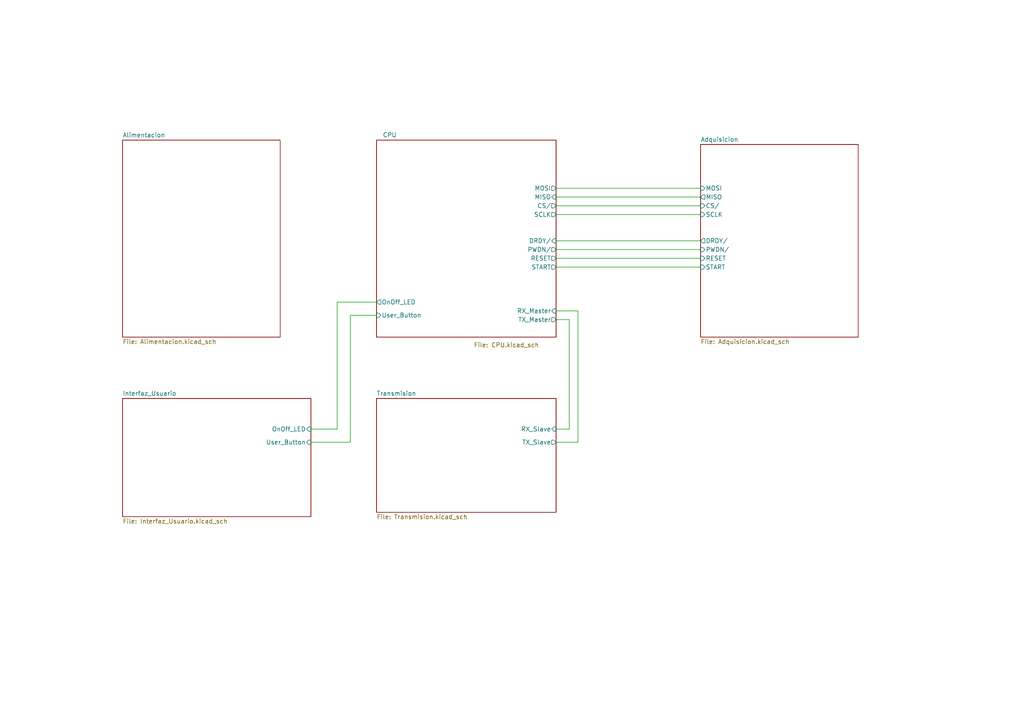
<source format=kicad_sch>
(kicad_sch
	(version 20250114)
	(generator "eeschema")
	(generator_version "9.0")
	(uuid "3414db36-80da-469c-8b48-81d6bd2f8966")
	(paper "A4")
	(title_block
		(title "Proyecto Casco EEG")
		(date "2025-09-11")
		(company "Bernardi Lorenzo - Dodera Francisco")
	)
	(lib_symbols)
	(wire
		(pts
			(xy 90.17 128.27) (xy 101.6 128.27)
		)
		(stroke
			(width 0)
			(type default)
		)
		(uuid "08c8643a-675f-401b-b9d1-b92c228244ab")
	)
	(wire
		(pts
			(xy 161.29 59.69) (xy 203.2 59.69)
		)
		(stroke
			(width 0)
			(type default)
		)
		(uuid "27f1b256-8391-4674-be79-afabc9b0baa6")
	)
	(wire
		(pts
			(xy 109.22 87.63) (xy 97.79 87.63)
		)
		(stroke
			(width 0)
			(type default)
		)
		(uuid "3a3f4341-f65d-40c0-96ec-30de53c199ad")
	)
	(wire
		(pts
			(xy 161.29 77.47) (xy 203.2 77.47)
		)
		(stroke
			(width 0)
			(type default)
		)
		(uuid "43550f74-a66c-4573-bf35-d0e508999ba7")
	)
	(wire
		(pts
			(xy 165.1 124.46) (xy 161.29 124.46)
		)
		(stroke
			(width 0)
			(type default)
		)
		(uuid "47b11a03-ff77-4a8e-bff0-61ebd12e7025")
	)
	(wire
		(pts
			(xy 161.29 72.39) (xy 203.2 72.39)
		)
		(stroke
			(width 0)
			(type default)
		)
		(uuid "4d10a7e3-ea40-4bae-8be6-9f8fb149f276")
	)
	(wire
		(pts
			(xy 167.64 128.27) (xy 167.64 90.17)
		)
		(stroke
			(width 0)
			(type default)
		)
		(uuid "6da49465-c94f-44dc-8105-030be776fd4a")
	)
	(wire
		(pts
			(xy 165.1 92.71) (xy 165.1 124.46)
		)
		(stroke
			(width 0)
			(type default)
		)
		(uuid "7359e6a3-2a16-4641-a8d8-9efad6b19ca4")
	)
	(wire
		(pts
			(xy 97.79 87.63) (xy 97.79 124.46)
		)
		(stroke
			(width 0)
			(type default)
		)
		(uuid "7ba79e96-cf3f-43a7-a2b8-98f03f0a0bbf")
	)
	(wire
		(pts
			(xy 161.29 54.61) (xy 203.2 54.61)
		)
		(stroke
			(width 0)
			(type default)
		)
		(uuid "88018230-4d40-47ff-a349-6c279b883aa9")
	)
	(wire
		(pts
			(xy 161.29 57.15) (xy 203.2 57.15)
		)
		(stroke
			(width 0)
			(type default)
		)
		(uuid "91dd9f37-b11e-48a9-bc9a-5a37ef373b00")
	)
	(wire
		(pts
			(xy 161.29 128.27) (xy 167.64 128.27)
		)
		(stroke
			(width 0)
			(type default)
		)
		(uuid "952fae26-e9dc-44f4-b894-3199eedd2639")
	)
	(wire
		(pts
			(xy 161.29 62.23) (xy 203.2 62.23)
		)
		(stroke
			(width 0)
			(type default)
		)
		(uuid "a2db78ff-97f3-419e-9627-b1c38dd2871d")
	)
	(wire
		(pts
			(xy 161.29 90.17) (xy 167.64 90.17)
		)
		(stroke
			(width 0)
			(type default)
		)
		(uuid "a3079193-0f1f-4ce2-90ae-b1106c22c291")
	)
	(wire
		(pts
			(xy 101.6 91.44) (xy 109.22 91.44)
		)
		(stroke
			(width 0)
			(type default)
		)
		(uuid "b1778f59-4731-4c2d-8b29-6fb6a61b2276")
	)
	(wire
		(pts
			(xy 161.29 92.71) (xy 165.1 92.71)
		)
		(stroke
			(width 0)
			(type default)
		)
		(uuid "b4e9e4c2-ada8-4407-9115-6ef76c8dfe86")
	)
	(wire
		(pts
			(xy 101.6 128.27) (xy 101.6 91.44)
		)
		(stroke
			(width 0)
			(type default)
		)
		(uuid "b7f5fce8-27c1-4361-b677-a244ccdc76cb")
	)
	(wire
		(pts
			(xy 97.79 124.46) (xy 90.17 124.46)
		)
		(stroke
			(width 0)
			(type default)
		)
		(uuid "b89a958d-b7f6-4f48-88d6-ebb4349f54bd")
	)
	(wire
		(pts
			(xy 161.29 69.85) (xy 203.2 69.85)
		)
		(stroke
			(width 0)
			(type default)
		)
		(uuid "dbef4907-c6a2-4810-962e-50286203cea1")
	)
	(wire
		(pts
			(xy 161.29 74.93) (xy 203.2 74.93)
		)
		(stroke
			(width 0)
			(type default)
		)
		(uuid "e02b7bfe-e02a-4818-8012-1af880bcbaef")
	)
	(sheet
		(at 203.2 41.91)
		(size 45.72 55.88)
		(exclude_from_sim no)
		(in_bom yes)
		(on_board yes)
		(dnp no)
		(fields_autoplaced yes)
		(stroke
			(width 0.1524)
			(type solid)
		)
		(fill
			(color 0 0 0 0.0000)
		)
		(uuid "3a705a48-b47e-4a5a-aeef-19694e923174")
		(property "Sheetname" "Adquisicion"
			(at 203.2 41.1984 0)
			(effects
				(font
					(size 1.27 1.27)
				)
				(justify left bottom)
			)
		)
		(property "Sheetfile" "Adquisicion.kicad_sch"
			(at 203.2 98.3746 0)
			(effects
				(font
					(size 1.27 1.27)
				)
				(justify left top)
			)
		)
		(pin "CS{slash}" input
			(at 203.2 59.69 180)
			(uuid "5fc96f06-ea1f-40fc-a996-ce2dba19a83e")
			(effects
				(font
					(size 1.27 1.27)
				)
				(justify left)
			)
		)
		(pin "DRDY{slash}" output
			(at 203.2 69.85 180)
			(uuid "a03c14b5-b688-44fc-8271-ded50392eda7")
			(effects
				(font
					(size 1.27 1.27)
				)
				(justify left)
			)
		)
		(pin "MISO" output
			(at 203.2 57.15 180)
			(uuid "ba6c4278-170a-4da5-9121-875255ec4642")
			(effects
				(font
					(size 1.27 1.27)
				)
				(justify left)
			)
		)
		(pin "MOSI" input
			(at 203.2 54.61 180)
			(uuid "84a43dd2-c4b1-42a8-a0ae-e254a31d0cb7")
			(effects
				(font
					(size 1.27 1.27)
				)
				(justify left)
			)
		)
		(pin "PWDN{slash}" input
			(at 203.2 72.39 180)
			(uuid "85dcc03d-80ea-4c99-80a7-721d25357c6b")
			(effects
				(font
					(size 1.27 1.27)
				)
				(justify left)
			)
		)
		(pin "RESET" input
			(at 203.2 74.93 180)
			(uuid "36fdf0b0-0bf1-4746-b1c2-22fd36f0ed8a")
			(effects
				(font
					(size 1.27 1.27)
				)
				(justify left)
			)
		)
		(pin "SCLK" input
			(at 203.2 62.23 180)
			(uuid "0528fd7c-aaa3-473a-bd6a-c83aa4995938")
			(effects
				(font
					(size 1.27 1.27)
				)
				(justify left)
			)
		)
		(pin "START" input
			(at 203.2 77.47 180)
			(uuid "8cc6c2c1-ba2d-4515-be27-f2ec19230ea8")
			(effects
				(font
					(size 1.27 1.27)
				)
				(justify left)
			)
		)
		(instances
			(project "Casco_EEG_Kicad"
				(path "/3414db36-80da-469c-8b48-81d6bd2f8966"
					(page "2")
				)
			)
		)
	)
	(sheet
		(at 109.22 40.64)
		(size 52.07 57.15)
		(exclude_from_sim no)
		(in_bom yes)
		(on_board yes)
		(dnp no)
		(stroke
			(width 0.1524)
			(type solid)
		)
		(fill
			(color 0 0 0 0.0000)
		)
		(uuid "44356e0f-f22d-4dd2-a71b-7da6f56accdf")
		(property "Sheetname" "CPU"
			(at 110.998 39.878 0)
			(effects
				(font
					(size 1.27 1.27)
				)
				(justify left bottom)
			)
		)
		(property "Sheetfile" "CPU.kicad_sch"
			(at 137.414 99.314 0)
			(effects
				(font
					(size 1.27 1.27)
				)
				(justify left top)
			)
		)
		(pin "RX_Master" input
			(at 161.29 90.17 0)
			(uuid "1a1559d6-cfda-4a5c-9847-ae835ff77a41")
			(effects
				(font
					(size 1.27 1.27)
				)
				(justify right)
			)
		)
		(pin "CS{slash}" output
			(at 161.29 59.69 0)
			(uuid "f58be33b-51f4-4177-9bf6-5f0604102969")
			(effects
				(font
					(size 1.27 1.27)
				)
				(justify right)
			)
		)
		(pin "DRDY{slash}" input
			(at 161.29 69.85 0)
			(uuid "7ae1a1c9-5313-4d75-a1c4-f15dd4b5a510")
			(effects
				(font
					(size 1.27 1.27)
				)
				(justify right)
			)
		)
		(pin "MISO" input
			(at 161.29 57.15 0)
			(uuid "936fb717-789e-4dc0-97e8-449edc6935dd")
			(effects
				(font
					(size 1.27 1.27)
				)
				(justify right)
			)
		)
		(pin "MOSI" output
			(at 161.29 54.61 0)
			(uuid "451156e2-46cc-436f-999f-e706b8e99f3a")
			(effects
				(font
					(size 1.27 1.27)
				)
				(justify right)
			)
		)
		(pin "PWDN{slash}" output
			(at 161.29 72.39 0)
			(uuid "d9ce2bed-87f3-476f-af2f-505692cfe11c")
			(effects
				(font
					(size 1.27 1.27)
				)
				(justify right)
			)
		)
		(pin "RESET" output
			(at 161.29 74.93 0)
			(uuid "3a479c3f-3b93-4fde-b7a3-c74a7772939e")
			(effects
				(font
					(size 1.27 1.27)
				)
				(justify right)
			)
		)
		(pin "SCLK" output
			(at 161.29 62.23 0)
			(uuid "417a45e9-ddb7-422d-863c-0255064a301a")
			(effects
				(font
					(size 1.27 1.27)
				)
				(justify right)
			)
		)
		(pin "START" output
			(at 161.29 77.47 0)
			(uuid "556b7144-8758-44f2-9b57-30d694f3fe86")
			(effects
				(font
					(size 1.27 1.27)
				)
				(justify right)
			)
		)
		(pin "TX_Master" output
			(at 161.29 92.71 0)
			(uuid "eddc1755-c375-4768-a0ca-c2bb6423c4c4")
			(effects
				(font
					(size 1.27 1.27)
				)
				(justify right)
			)
		)
		(pin "User_Button" input
			(at 109.22 91.44 180)
			(uuid "8c7b7b03-e613-4f54-b3f0-1d7c379971a2")
			(effects
				(font
					(size 1.27 1.27)
				)
				(justify left)
			)
		)
		(pin "OnOff_LED" output
			(at 109.22 87.63 180)
			(uuid "eaa09ce0-0834-4849-9748-3cff29f2e249")
			(effects
				(font
					(size 1.27 1.27)
				)
				(justify left)
			)
		)
		(instances
			(project "Casco_EEG_Kicad"
				(path "/3414db36-80da-469c-8b48-81d6bd2f8966"
					(page "4")
				)
			)
		)
	)
	(sheet
		(at 35.56 40.64)
		(size 45.72 57.15)
		(exclude_from_sim no)
		(in_bom yes)
		(on_board yes)
		(dnp no)
		(fields_autoplaced yes)
		(stroke
			(width 0.1524)
			(type solid)
		)
		(fill
			(color 0 0 0 0.0000)
		)
		(uuid "738a2f03-0f5c-435b-af80-cc097a0ed5f5")
		(property "Sheetname" "Alimentacion"
			(at 35.56 39.9284 0)
			(effects
				(font
					(size 1.27 1.27)
				)
				(justify left bottom)
			)
		)
		(property "Sheetfile" "Alimentacion.kicad_sch"
			(at 35.56 98.3746 0)
			(effects
				(font
					(size 1.27 1.27)
				)
				(justify left top)
			)
		)
		(instances
			(project "Casco_EEG_Kicad"
				(path "/3414db36-80da-469c-8b48-81d6bd2f8966"
					(page "5")
				)
			)
		)
	)
	(sheet
		(at 35.56 115.57)
		(size 54.61 34.29)
		(exclude_from_sim no)
		(in_bom yes)
		(on_board yes)
		(dnp no)
		(fields_autoplaced yes)
		(stroke
			(width 0.1524)
			(type solid)
		)
		(fill
			(color 0 0 0 0.0000)
		)
		(uuid "9b4f0b8a-fe97-4a35-b42d-1b02d9df194c")
		(property "Sheetname" "Interfaz_Usuario"
			(at 35.56 114.8584 0)
			(effects
				(font
					(size 1.27 1.27)
				)
				(justify left bottom)
			)
		)
		(property "Sheetfile" "Interfaz_Usuario.kicad_sch"
			(at 35.56 150.4446 0)
			(effects
				(font
					(size 1.27 1.27)
				)
				(justify left top)
			)
		)
		(pin "OnOff_LED" input
			(at 90.17 124.46 0)
			(uuid "98045ad0-e31f-4b5c-be79-b4648570ed1a")
			(effects
				(font
					(size 1.27 1.27)
				)
				(justify right)
			)
		)
		(pin "User_Button" input
			(at 90.17 128.27 0)
			(uuid "485e26f1-51f9-4ec8-95ba-eed355ca5b1b")
			(effects
				(font
					(size 1.27 1.27)
				)
				(justify right)
			)
		)
		(instances
			(project "Casco_EEG_Kicad"
				(path "/3414db36-80da-469c-8b48-81d6bd2f8966"
					(page "6")
				)
			)
		)
	)
	(sheet
		(at 109.22 115.57)
		(size 52.07 33.02)
		(exclude_from_sim no)
		(in_bom yes)
		(on_board yes)
		(dnp no)
		(fields_autoplaced yes)
		(stroke
			(width 0.1524)
			(type solid)
		)
		(fill
			(color 0 0 0 0.0000)
		)
		(uuid "fe171ca0-0165-4621-a7c1-0aa23dfd8c22")
		(property "Sheetname" "Transmision"
			(at 109.22 114.8584 0)
			(effects
				(font
					(size 1.27 1.27)
				)
				(justify left bottom)
			)
		)
		(property "Sheetfile" "Transmision.kicad_sch"
			(at 109.22 149.1746 0)
			(effects
				(font
					(size 1.27 1.27)
				)
				(justify left top)
			)
		)
		(pin "RX_Slave" input
			(at 161.29 124.46 0)
			(uuid "81b29356-e12e-4233-a1b2-d1b3e7bbfd86")
			(effects
				(font
					(size 1.27 1.27)
				)
				(justify right)
			)
		)
		(pin "TX_Slave" output
			(at 161.29 128.27 0)
			(uuid "2fd7b383-b1b7-4de3-b10b-1d555e005d99")
			(effects
				(font
					(size 1.27 1.27)
				)
				(justify right)
			)
		)
		(instances
			(project "Casco_EEG_Kicad"
				(path "/3414db36-80da-469c-8b48-81d6bd2f8966"
					(page "3")
				)
			)
		)
	)
	(sheet_instances
		(path "/"
			(page "1")
		)
	)
	(embedded_fonts no)
)

</source>
